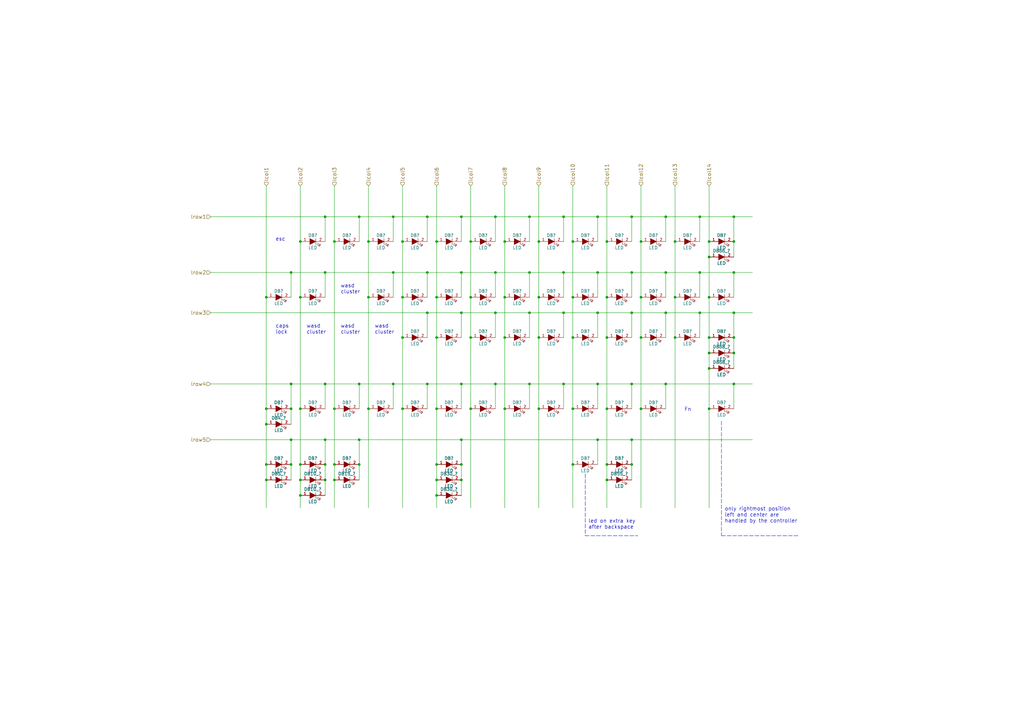
<source format=kicad_sch>
(kicad_sch (version 20211123) (generator eeschema)
  (paper "A3")
  (lib_symbols
    (symbol "device:LED" (pin_names (offset 1.016) hide)
      (property "Reference" "D" (at 0 2.54 0))
      (property "Value" "LED" (at 0 -2.54 0))
      (symbol "LED_0_1"
        (polyline (pts (xy 1.27 1.27) (xy 1.27 -1.27)))
        (polyline (pts (xy -1.27 1.27) (xy 1.27 0) (xy -1.27 -1.27)) (fill (type outline)))
        (polyline (pts (xy 1.651 -1.016) (xy 2.794 -2.032) (xy 2.667 -1.397)))
        (polyline (pts (xy 2.032 -0.635) (xy 3.175 -1.651) (xy 3.048 -1.016)))
      )
      (symbol "LED_1_1"
        (pin passive line (at -5.08 0 0) (length 3.81) (name "A") (number "1"))
        (pin passive line (at 5.08 0 180) (length 3.81) (name "K") (number "2"))
      )
    )
  )
  (junction (at 133.35 88.9))
  (junction (at 133.35 111.76))
  (junction (at 137.16 167.64))
  (junction (at 151.13 99.06))
  (junction (at 259.08 157.48))
  (junction (at 245.11 128.27))
  (junction (at 290.83 151.13))
  (junction (at 133.35 180.34))
  (junction (at 175.26 157.48))
  (junction (at 123.19 167.64))
  (junction (at 147.32 180.34))
  (junction (at 234.95 121.92))
  (junction (at 109.22 167.64))
  (junction (at 179.07 190.5))
  (junction (at 203.2 88.9))
  (junction (at 234.95 99.06))
  (junction (at 234.95 138.43))
  (junction (at 207.01 99.06))
  (junction (at 137.16 196.85))
  (junction (at 203.2 157.48))
  (junction (at 165.1 138.43))
  (junction (at 165.1 99.06))
  (junction (at 217.17 128.27))
  (junction (at 189.23 196.85))
  (junction (at 109.22 173.99))
  (junction (at 189.23 111.76))
  (junction (at 217.17 111.76))
  (junction (at 290.83 167.64))
  (junction (at 109.22 121.92))
  (junction (at 245.11 180.34))
  (junction (at 300.99 138.43))
  (junction (at 231.14 111.76))
  (junction (at 193.04 138.43))
  (junction (at 273.05 111.76))
  (junction (at 119.38 157.48))
  (junction (at 189.23 180.34))
  (junction (at 165.1 121.92))
  (junction (at 207.01 121.92))
  (junction (at 179.07 121.92))
  (junction (at 287.02 88.9))
  (junction (at 119.38 180.34))
  (junction (at 109.22 190.5))
  (junction (at 290.83 105.41))
  (junction (at 287.02 111.76))
  (junction (at 259.08 88.9))
  (junction (at 290.83 99.06))
  (junction (at 290.83 121.92))
  (junction (at 273.05 157.48))
  (junction (at 276.86 121.92))
  (junction (at 189.23 190.5))
  (junction (at 193.04 99.06))
  (junction (at 179.07 196.85))
  (junction (at 300.99 99.06))
  (junction (at 133.35 190.5))
  (junction (at 231.14 88.9))
  (junction (at 137.16 99.06))
  (junction (at 287.02 128.27))
  (junction (at 220.98 167.64))
  (junction (at 189.23 88.9))
  (junction (at 262.89 167.64))
  (junction (at 245.11 88.9))
  (junction (at 151.13 121.92))
  (junction (at 123.19 121.92))
  (junction (at 147.32 190.5))
  (junction (at 220.98 121.92))
  (junction (at 273.05 88.9))
  (junction (at 161.29 157.48))
  (junction (at 119.38 111.76))
  (junction (at 123.19 190.5))
  (junction (at 276.86 138.43))
  (junction (at 175.26 128.27))
  (junction (at 175.26 111.76))
  (junction (at 220.98 99.06))
  (junction (at 245.11 157.48))
  (junction (at 179.07 203.2))
  (junction (at 276.86 99.06))
  (junction (at 203.2 128.27))
  (junction (at 147.32 88.9))
  (junction (at 161.29 88.9))
  (junction (at 151.13 167.64))
  (junction (at 203.2 111.76))
  (junction (at 259.08 190.5))
  (junction (at 300.99 157.48))
  (junction (at 193.04 167.64))
  (junction (at 259.08 111.76))
  (junction (at 119.38 190.5))
  (junction (at 133.35 157.48))
  (junction (at 179.07 167.64))
  (junction (at 262.89 99.06))
  (junction (at 290.83 138.43))
  (junction (at 147.32 157.48))
  (junction (at 248.92 138.43))
  (junction (at 231.14 128.27))
  (junction (at 300.99 111.76))
  (junction (at 248.92 167.64))
  (junction (at 123.19 203.2))
  (junction (at 248.92 121.92))
  (junction (at 262.89 121.92))
  (junction (at 300.99 144.78))
  (junction (at 133.35 196.85))
  (junction (at 248.92 196.85))
  (junction (at 273.05 128.27))
  (junction (at 248.92 99.06))
  (junction (at 189.23 128.27))
  (junction (at 119.38 167.64))
  (junction (at 245.11 111.76))
  (junction (at 123.19 99.06))
  (junction (at 179.07 99.06))
  (junction (at 175.26 88.9))
  (junction (at 189.23 157.48))
  (junction (at 165.1 167.64))
  (junction (at 259.08 128.27))
  (junction (at 231.14 157.48))
  (junction (at 248.92 190.5))
  (junction (at 109.22 196.85))
  (junction (at 137.16 190.5))
  (junction (at 290.83 144.78))
  (junction (at 193.04 121.92))
  (junction (at 217.17 157.48))
  (junction (at 300.99 88.9))
  (junction (at 179.07 138.43))
  (junction (at 259.08 180.34))
  (junction (at 161.29 111.76))
  (junction (at 262.89 138.43))
  (junction (at 220.98 138.43))
  (junction (at 123.19 196.85))
  (junction (at 207.01 167.64))
  (junction (at 234.95 190.5))
  (junction (at 207.01 138.43))
  (junction (at 300.99 128.27))
  (junction (at 234.95 167.64))
  (junction (at 217.17 88.9))
  (wire (pts (xy 234.95 190.5) (xy 234.95 208.28)))
  (wire (pts (xy 300.99 157.48) (xy 300.99 167.64)))
  (wire (pts (xy 300.99 88.9) (xy 300.99 99.06)))
  (wire (pts (xy 287.02 111.76) (xy 300.99 111.76)))
  (wire (pts (xy 193.04 121.92) (xy 193.04 138.43)))
  (wire (pts (xy 137.16 167.64) (xy 137.16 190.5)))
  (wire (pts (xy 175.26 128.27) (xy 189.23 128.27)))
  (wire (pts (xy 133.35 111.76) (xy 133.35 121.92)))
  (wire (pts (xy 189.23 157.48) (xy 203.2 157.48)))
  (wire (pts (xy 123.19 121.92) (xy 123.19 167.64)))
  (wire (pts (xy 287.02 128.27) (xy 300.99 128.27)))
  (wire (pts (xy 203.2 157.48) (xy 203.2 167.64)))
  (wire (pts (xy 300.99 111.76) (xy 308.61 111.76)))
  (wire (pts (xy 189.23 88.9) (xy 203.2 88.9)))
  (wire (pts (xy 273.05 128.27) (xy 287.02 128.27)))
  (wire (pts (xy 175.26 157.48) (xy 175.26 167.64)))
  (wire (pts (xy 133.35 180.34) (xy 147.32 180.34)))
  (wire (pts (xy 119.38 157.48) (xy 119.38 167.64)))
  (wire (pts (xy 231.14 88.9) (xy 245.11 88.9)))
  (wire (pts (xy 245.11 157.48) (xy 259.08 157.48)))
  (wire (pts (xy 234.95 76.2) (xy 234.95 99.06)))
  (wire (pts (xy 273.05 128.27) (xy 273.05 138.43)))
  (wire (pts (xy 189.23 111.76) (xy 189.23 121.92)))
  (wire (pts (xy 175.26 128.27) (xy 175.26 138.43)))
  (wire (pts (xy 231.14 111.76) (xy 245.11 111.76)))
  (wire (pts (xy 259.08 190.5) (xy 259.08 196.85)))
  (wire (pts (xy 248.92 167.64) (xy 248.92 190.5)))
  (wire (pts (xy 147.32 190.5) (xy 147.32 196.85)))
  (wire (pts (xy 245.11 128.27) (xy 245.11 138.43)))
  (wire (pts (xy 189.23 180.34) (xy 189.23 190.5)))
  (wire (pts (xy 179.07 203.2) (xy 179.07 208.28)))
  (wire (pts (xy 273.05 111.76) (xy 287.02 111.76)))
  (wire (pts (xy 217.17 128.27) (xy 217.17 138.43)))
  (wire (pts (xy 248.92 121.92) (xy 248.92 138.43)))
  (wire (pts (xy 259.08 111.76) (xy 273.05 111.76)))
  (wire (pts (xy 273.05 88.9) (xy 287.02 88.9)))
  (wire (pts (xy 300.99 138.43) (xy 300.99 144.78)))
  (wire (pts (xy 231.14 128.27) (xy 245.11 128.27)))
  (wire (pts (xy 119.38 167.64) (xy 119.38 173.99)))
  (wire (pts (xy 300.99 128.27) (xy 300.99 138.43)))
  (wire (pts (xy 119.38 180.34) (xy 133.35 180.34)))
  (wire (pts (xy 193.04 167.64) (xy 193.04 208.28)))
  (wire (pts (xy 123.19 196.85) (xy 123.19 203.2)))
  (wire (pts (xy 133.35 111.76) (xy 161.29 111.76)))
  (wire (pts (xy 287.02 88.9) (xy 287.02 99.06)))
  (wire (pts (xy 109.22 167.64) (xy 109.22 173.99)))
  (wire (pts (xy 189.23 157.48) (xy 189.23 167.64)))
  (wire (pts (xy 245.11 111.76) (xy 259.08 111.76)))
  (wire (pts (xy 123.19 99.06) (xy 123.19 121.92)))
  (wire (pts (xy 133.35 157.48) (xy 133.35 167.64)))
  (wire (pts (xy 147.32 88.9) (xy 147.32 99.06)))
  (wire (pts (xy 175.26 157.48) (xy 189.23 157.48)))
  (wire (pts (xy 207.01 121.92) (xy 207.01 138.43)))
  (wire (pts (xy 220.98 76.2) (xy 220.98 99.06)))
  (wire (pts (xy 119.38 111.76) (xy 133.35 111.76)))
  (wire (pts (xy 220.98 99.06) (xy 220.98 121.92)))
  (wire (pts (xy 248.92 138.43) (xy 248.92 167.64)))
  (wire (pts (xy 245.11 111.76) (xy 245.11 121.92)))
  (wire (pts (xy 109.22 121.92) (xy 109.22 167.64)))
  (wire (pts (xy 217.17 88.9) (xy 217.17 99.06)))
  (wire (pts (xy 203.2 128.27) (xy 217.17 128.27)))
  (wire (pts (xy 231.14 111.76) (xy 231.14 121.92)))
  (wire (pts (xy 161.29 157.48) (xy 175.26 157.48)))
  (wire (pts (xy 86.36 157.48) (xy 119.38 157.48)))
  (wire (pts (xy 175.26 111.76) (xy 189.23 111.76)))
  (polyline (pts (xy 240.03 194.31) (xy 240.03 219.71)))
  (wire (pts (xy 248.92 99.06) (xy 248.92 121.92)))
  (wire (pts (xy 137.16 76.2) (xy 137.16 99.06)))
  (wire (pts (xy 189.23 128.27) (xy 203.2 128.27)))
  (wire (pts (xy 234.95 167.64) (xy 234.95 190.5)))
  (wire (pts (xy 276.86 76.2) (xy 276.86 99.06)))
  (wire (pts (xy 290.83 144.78) (xy 290.83 151.13)))
  (wire (pts (xy 161.29 88.9) (xy 161.29 99.06)))
  (wire (pts (xy 133.35 196.85) (xy 133.35 203.2)))
  (wire (pts (xy 245.11 180.34) (xy 259.08 180.34)))
  (wire (pts (xy 231.14 88.9) (xy 231.14 99.06)))
  (wire (pts (xy 203.2 157.48) (xy 217.17 157.48)))
  (wire (pts (xy 259.08 88.9) (xy 259.08 99.06)))
  (wire (pts (xy 262.89 167.64) (xy 262.89 208.28)))
  (wire (pts (xy 86.36 111.76) (xy 119.38 111.76)))
  (wire (pts (xy 234.95 138.43) (xy 234.95 167.64)))
  (wire (pts (xy 245.11 88.9) (xy 259.08 88.9)))
  (wire (pts (xy 203.2 128.27) (xy 203.2 138.43)))
  (wire (pts (xy 300.99 88.9) (xy 308.61 88.9)))
  (wire (pts (xy 287.02 128.27) (xy 287.02 138.43)))
  (wire (pts (xy 245.11 88.9) (xy 245.11 99.06)))
  (wire (pts (xy 119.38 121.92) (xy 119.38 111.76)))
  (wire (pts (xy 137.16 190.5) (xy 137.16 196.85)))
  (wire (pts (xy 161.29 111.76) (xy 175.26 111.76)))
  (wire (pts (xy 231.14 157.48) (xy 245.11 157.48)))
  (wire (pts (xy 276.86 99.06) (xy 276.86 121.92)))
  (wire (pts (xy 262.89 76.2) (xy 262.89 99.06)))
  (wire (pts (xy 179.07 121.92) (xy 179.07 138.43)))
  (wire (pts (xy 137.16 196.85) (xy 137.16 208.28)))
  (wire (pts (xy 207.01 99.06) (xy 207.01 121.92)))
  (wire (pts (xy 245.11 128.27) (xy 259.08 128.27)))
  (wire (pts (xy 207.01 167.64) (xy 207.01 208.28)))
  (wire (pts (xy 147.32 157.48) (xy 161.29 157.48)))
  (wire (pts (xy 259.08 180.34) (xy 308.61 180.34)))
  (wire (pts (xy 290.83 99.06) (xy 290.83 105.41)))
  (wire (pts (xy 189.23 128.27) (xy 189.23 138.43)))
  (wire (pts (xy 290.83 76.2) (xy 290.83 99.06)))
  (wire (pts (xy 220.98 138.43) (xy 220.98 167.64)))
  (polyline (pts (xy 240.03 219.71) (xy 261.62 219.71)))
  (wire (pts (xy 207.01 76.2) (xy 207.01 99.06)))
  (wire (pts (xy 179.07 138.43) (xy 179.07 167.64)))
  (wire (pts (xy 259.08 128.27) (xy 259.08 138.43)))
  (wire (pts (xy 231.14 128.27) (xy 231.14 138.43)))
  (wire (pts (xy 259.08 111.76) (xy 259.08 121.92)))
  (wire (pts (xy 203.2 111.76) (xy 203.2 121.92)))
  (wire (pts (xy 151.13 167.64) (xy 151.13 208.28)))
  (wire (pts (xy 193.04 99.06) (xy 193.04 121.92)))
  (wire (pts (xy 203.2 88.9) (xy 217.17 88.9)))
  (wire (pts (xy 248.92 190.5) (xy 248.92 196.85)))
  (wire (pts (xy 220.98 121.92) (xy 220.98 138.43)))
  (wire (pts (xy 109.22 196.85) (xy 109.22 208.28)))
  (wire (pts (xy 161.29 157.48) (xy 161.29 167.64)))
  (wire (pts (xy 189.23 180.34) (xy 245.11 180.34)))
  (wire (pts (xy 151.13 99.06) (xy 151.13 121.92)))
  (wire (pts (xy 245.11 157.48) (xy 245.11 167.64)))
  (wire (pts (xy 189.23 196.85) (xy 189.23 203.2)))
  (wire (pts (xy 234.95 121.92) (xy 234.95 138.43)))
  (wire (pts (xy 276.86 121.92) (xy 276.86 138.43)))
  (wire (pts (xy 300.99 144.78) (xy 300.99 151.13)))
  (wire (pts (xy 290.83 121.92) (xy 290.83 138.43)))
  (wire (pts (xy 290.83 151.13) (xy 290.83 167.64)))
  (wire (pts (xy 151.13 121.92) (xy 151.13 167.64)))
  (wire (pts (xy 262.89 138.43) (xy 262.89 167.64)))
  (wire (pts (xy 262.89 121.92) (xy 262.89 138.43)))
  (wire (pts (xy 179.07 190.5) (xy 179.07 196.85)))
  (wire (pts (xy 165.1 167.64) (xy 165.1 208.28)))
  (wire (pts (xy 147.32 180.34) (xy 189.23 180.34)))
  (wire (pts (xy 151.13 76.2) (xy 151.13 99.06)))
  (wire (pts (xy 109.22 190.5) (xy 109.22 196.85)))
  (wire (pts (xy 133.35 88.9) (xy 133.35 99.06)))
  (wire (pts (xy 179.07 76.2) (xy 179.07 99.06)))
  (wire (pts (xy 220.98 167.64) (xy 220.98 208.28)))
  (wire (pts (xy 273.05 157.48) (xy 273.05 167.64)))
  (wire (pts (xy 259.08 128.27) (xy 273.05 128.27)))
  (wire (pts (xy 290.83 138.43) (xy 290.83 144.78)))
  (wire (pts (xy 189.23 88.9) (xy 189.23 99.06)))
  (wire (pts (xy 165.1 121.92) (xy 165.1 138.43)))
  (wire (pts (xy 175.26 111.76) (xy 175.26 121.92)))
  (wire (pts (xy 123.19 190.5) (xy 123.19 196.85)))
  (wire (pts (xy 259.08 180.34) (xy 259.08 190.5)))
  (wire (pts (xy 86.36 88.9) (xy 133.35 88.9)))
  (wire (pts (xy 207.01 138.43) (xy 207.01 167.64)))
  (wire (pts (xy 217.17 128.27) (xy 231.14 128.27)))
  (wire (pts (xy 217.17 88.9) (xy 231.14 88.9)))
  (wire (pts (xy 123.19 203.2) (xy 123.19 208.28)))
  (wire (pts (xy 119.38 157.48) (xy 133.35 157.48)))
  (wire (pts (xy 133.35 88.9) (xy 147.32 88.9)))
  (wire (pts (xy 287.02 111.76) (xy 287.02 121.92)))
  (wire (pts (xy 161.29 111.76) (xy 161.29 121.92)))
  (wire (pts (xy 123.19 167.64) (xy 123.19 190.5)))
  (wire (pts (xy 133.35 180.34) (xy 133.35 190.5)))
  (wire (pts (xy 273.05 111.76) (xy 273.05 121.92)))
  (wire (pts (xy 259.08 157.48) (xy 259.08 167.64)))
  (wire (pts (xy 273.05 157.48) (xy 300.99 157.48)))
  (wire (pts (xy 175.26 88.9) (xy 175.26 99.06)))
  (wire (pts (xy 193.04 76.2) (xy 193.04 99.06)))
  (wire (pts (xy 290.83 167.64) (xy 290.83 208.28)))
  (wire (pts (xy 147.32 180.34) (xy 147.32 190.5)))
  (wire (pts (xy 287.02 88.9) (xy 300.99 88.9)))
  (wire (pts (xy 189.23 190.5) (xy 189.23 196.85)))
  (wire (pts (xy 217.17 111.76) (xy 231.14 111.76)))
  (wire (pts (xy 133.35 190.5) (xy 133.35 196.85)))
  (wire (pts (xy 179.07 99.06) (xy 179.07 121.92)))
  (wire (pts (xy 193.04 138.43) (xy 193.04 167.64)))
  (wire (pts (xy 147.32 88.9) (xy 161.29 88.9)))
  (wire (pts (xy 300.99 99.06) (xy 300.99 105.41)))
  (wire (pts (xy 119.38 190.5) (xy 119.38 196.85)))
  (wire (pts (xy 248.92 76.2) (xy 248.92 99.06)))
  (polyline (pts (xy 295.91 219.71) (xy 327.66 219.71)))
  (wire (pts (xy 262.89 99.06) (xy 262.89 121.92)))
  (wire (pts (xy 300.99 111.76) (xy 300.99 121.92)))
  (wire (pts (xy 273.05 88.9) (xy 273.05 99.06)))
  (wire (pts (xy 109.22 173.99) (xy 109.22 190.5)))
  (wire (pts (xy 189.23 111.76) (xy 203.2 111.76)))
  (wire (pts (xy 133.35 157.48) (xy 147.32 157.48)))
  (wire (pts (xy 86.36 180.34) (xy 119.38 180.34)))
  (wire (pts (xy 300.99 157.48) (xy 308.61 157.48)))
  (wire (pts (xy 217.17 157.48) (xy 217.17 167.64)))
  (wire (pts (xy 109.22 76.2) (xy 109.22 121.92)))
  (wire (pts (xy 165.1 76.2) (xy 165.1 99.06)))
  (wire (pts (xy 259.08 88.9) (xy 273.05 88.9)))
  (wire (pts (xy 217.17 157.48) (xy 231.14 157.48)))
  (wire (pts (xy 248.92 196.85) (xy 248.92 208.28)))
  (wire (pts (xy 86.36 128.27) (xy 175.26 128.27)))
  (wire (pts (xy 217.17 111.76) (xy 217.17 121.92)))
  (wire (pts (xy 123.19 76.2) (xy 123.19 99.06)))
  (wire (pts (xy 147.32 157.48) (xy 147.32 167.64)))
  (wire (pts (xy 290.83 105.41) (xy 290.83 121.92)))
  (wire (pts (xy 161.29 88.9) (xy 175.26 88.9)))
  (wire (pts (xy 175.26 88.9) (xy 189.23 88.9)))
  (wire (pts (xy 165.1 99.06) (xy 165.1 121.92)))
  (wire (pts (xy 203.2 88.9) (xy 203.2 99.06)))
  (wire (pts (xy 137.16 99.06) (xy 137.16 167.64)))
  (wire (pts (xy 234.95 99.06) (xy 234.95 121.92)))
  (wire (pts (xy 165.1 138.43) (xy 165.1 167.64)))
  (wire (pts (xy 259.08 157.48) (xy 273.05 157.48)))
  (wire (pts (xy 231.14 157.48) (xy 231.14 167.64)))
  (wire (pts (xy 179.07 167.64) (xy 179.07 190.5)))
  (wire (pts (xy 245.11 180.34) (xy 245.11 190.5)))
  (polyline (pts (xy 295.91 172.72) (xy 295.91 219.71)))
  (wire (pts (xy 119.38 180.34) (xy 119.38 190.5)))
  (wire (pts (xy 179.07 196.85) (xy 179.07 203.2)))
  (wire (pts (xy 300.99 128.27) (xy 308.61 128.27)))
  (wire (pts (xy 276.86 138.43) (xy 276.86 208.28)))
  (wire (pts (xy 203.2 111.76) (xy 217.17 111.76)))
  (text "only rightmost position\nleft and center are\nhandled by the controller" (at 297.18 214.63 0) (effects (font (size 1.524 1.524)) (justify left bottom)))
  (text "wasd\ncluster" (at 139.7 137.16 0) (effects (font (size 1.524 1.524)) (justify left bottom)))
  (text "wasd\ncluster" (at 153.67 137.16 0) (effects (font (size 1.524 1.524)) (justify left bottom)))
  (text "Fn" (at 280.67 168.91 0) (effects (font (size 1.524 1.524)) (justify left bottom)))
  (text "wasd\ncluster" (at 125.73 137.16 0) (effects (font (size 1.524 1.524)) (justify left bottom)))
  (text "wasd\ncluster" (at 139.7 120.65 0) (effects (font (size 1.524 1.524)) (justify left bottom)))
  (text "esc" (at 113.03 99.06 0) (effects (font (size 1.524 1.524)) (justify left bottom)))
  (text "led on extra key\nafter backspace" (at 241.3 217.17 0) (effects (font (size 1.524 1.524)) (justify left bottom)))
  (text "caps\nlock" (at 113.03 137.16 0) (effects (font (size 1.524 1.524)) (justify left bottom)))
  (hierarchical_label "lcol10" (shape input) (at 234.95 76.2 90) (effects (font (size 1.524 1.524))))
  (hierarchical_label "lcol6" (shape input) (at 179.07 76.2 90) (effects (font (size 1.524 1.524))))
  (hierarchical_label "lrow5" (shape input) (at 86.36 180.34 180) (effects (font (size 1.524 1.524))))
  (hierarchical_label "lrow4" (shape input) (at 86.36 157.48 180) (effects (font (size 1.524 1.524))))
  (hierarchical_label "lcol5" (shape input) (at 165.1 76.2 90) (effects (font (size 1.524 1.524))))
  (hierarchical_label "lcol13" (shape input) (at 276.86 76.2 90) (effects (font (size 1.524 1.524))))
  (hierarchical_label "lcol9" (shape input) (at 220.98 76.2 90) (effects (font (size 1.524 1.524))))
  (hierarchical_label "lrow3" (shape input) (at 86.36 128.27 180) (effects (font (size 1.524 1.524))))
  (hierarchical_label "lcol12" (shape input) (at 262.89 76.2 90) (effects (font (size 1.524 1.524))))
  (hierarchical_label "lcol3" (shape input) (at 137.16 76.2 90) (effects (font (size 1.524 1.524))))
  (hierarchical_label "lcol11" (shape input) (at 248.92 76.2 90) (effects (font (size 1.524 1.524))))
  (hierarchical_label "lcol14" (shape input) (at 290.83 76.2 90) (effects (font (size 1.524 1.524))))
  (hierarchical_label "lcol7" (shape input) (at 193.04 76.2 90) (effects (font (size 1.524 1.524))))
  (hierarchical_label "lcol4" (shape input) (at 151.13 76.2 90) (effects (font (size 1.524 1.524))))
  (hierarchical_label "lrow2" (shape input) (at 86.36 111.76 180) (effects (font (size 1.524 1.524))))
  (hierarchical_label "lrow1" (shape input) (at 86.36 88.9 180) (effects (font (size 1.524 1.524))))
  (hierarchical_label "lcol1" (shape input) (at 109.22 76.2 90) (effects (font (size 1.524 1.524))))
  (hierarchical_label "lcol2" (shape input) (at 123.19 76.2 90) (effects (font (size 1.524 1.524))))
  (hierarchical_label "lcol8" (shape input) (at 207.01 76.2 90) (effects (font (size 1.524 1.524))))
  (symbol (lib_id "device:LED") (at 128.27 167.64 0) (unit 1)
    (property "Reference" "DB?" (at 128.27 165.1 0))
    (property "Value" "LED" (at 128.27 170.18 0))
    (property "Footprint" "mx1a:MX1A-led_no3d" (effects hide))
  )
  (symbol (lib_id "device:LED") (at 226.06 121.92 0) (unit 1)
    (property "Reference" "DB?" (at 226.06 119.38 0))
    (property "Value" "LED" (at 226.06 124.46 0))
    (property "Footprint" "mx1a:MX1A-led_no3d" (effects hide))
  )
  (symbol (lib_id "device:LED") (at 128.27 203.2 0) (unit 1)
    (property "Reference" "DB10_?" (at 128.27 200.66 0))
    (property "Value" "LED" (at 128.27 205.74 0))
  )
  (symbol (lib_id "device:LED") (at 128.27 121.92 0) (unit 1)
    (property "Reference" "DB?" (at 128.27 119.38 0))
    (property "Value" "LED" (at 128.27 124.46 0))
    (property "Footprint" "mx1a:MX1A-led_no3d" (effects hide))
  )
  (symbol (lib_id "device:LED") (at 212.09 167.64 0) (unit 1)
    (property "Reference" "DB?" (at 212.09 165.1 0))
    (property "Value" "LED" (at 212.09 170.18 0))
    (property "Footprint" "mx1a:MX1A-led_no3d" (effects hide))
  )
  (symbol (lib_id "device:LED") (at 295.91 144.78 0) (unit 1)
    (property "Reference" "DB68_?" (at 295.91 142.24 0))
    (property "Value" "LED" (at 295.91 147.32 0))
    (property "Footprint" "mx1a:MX1A-led_no3d" (effects hide))
  )
  (symbol (lib_id "device:LED") (at 295.91 121.92 0) (unit 1)
    (property "Reference" "DB?" (at 295.91 119.38 0))
    (property "Value" "LED" (at 295.91 124.46 0))
    (property "Footprint" "mx1a:MX1A-led_no3d" (effects hide))
  )
  (symbol (lib_id "device:LED") (at 281.94 138.43 0) (unit 1)
    (property "Reference" "DB?" (at 281.94 135.89 0))
    (property "Value" "LED" (at 281.94 140.97 0))
    (property "Footprint" "mx1a:MX1A-led_no3d" (effects hide))
  )
  (symbol (lib_id "device:LED") (at 281.94 99.06 0) (unit 1)
    (property "Reference" "DB?" (at 281.94 96.52 0))
    (property "Value" "LED" (at 281.94 101.6 0))
    (property "Footprint" "mx1a:MX1A-led_no3d" (effects hide))
  )
  (symbol (lib_id "device:LED") (at 254 190.5 0) (unit 1)
    (property "Reference" "DB?" (at 254 187.96 0))
    (property "Value" "LED" (at 254 193.04 0))
  )
  (symbol (lib_id "device:LED") (at 198.12 121.92 0) (unit 1)
    (property "Reference" "DB?" (at 198.12 119.38 0))
    (property "Value" "LED" (at 198.12 124.46 0))
    (property "Footprint" "mx1a:MX1A-led_no3d" (effects hide))
  )
  (symbol (lib_id "device:LED") (at 170.18 167.64 0) (unit 1)
    (property "Reference" "DB?" (at 170.18 165.1 0))
    (property "Value" "LED" (at 170.18 170.18 0))
    (property "Footprint" "mx1a:MX1A-led_no3d" (effects hide))
  )
  (symbol (lib_id "device:LED") (at 156.21 99.06 0) (unit 1)
    (property "Reference" "DB?" (at 156.21 96.52 0))
    (property "Value" "LED" (at 156.21 101.6 0))
    (property "Footprint" "mx1a:MX1A-led_no3d" (effects hide))
  )
  (symbol (lib_id "device:LED") (at 212.09 121.92 0) (unit 1)
    (property "Reference" "DB?" (at 212.09 119.38 0))
    (property "Value" "LED" (at 212.09 124.46 0))
    (property "Footprint" "mx1a:MX1A-led_no3d" (effects hide))
  )
  (symbol (lib_id "device:LED") (at 295.91 167.64 0) (unit 1)
    (property "Reference" "DB?" (at 295.91 165.1 0))
    (property "Value" "LED" (at 295.91 170.18 0))
    (property "Footprint" "mx1a:MX1A-led_no3d" (effects hide))
  )
  (symbol (lib_id "device:LED") (at 254 99.06 0) (unit 1)
    (property "Reference" "DB?" (at 254 96.52 0))
    (property "Value" "LED" (at 254 101.6 0))
    (property "Footprint" "mx1a:MX1A-led_no3d" (effects hide))
  )
  (symbol (lib_id "device:LED") (at 295.91 105.41 0) (unit 1)
    (property "Reference" "DB66_?" (at 295.91 102.87 0))
    (property "Value" "LED" (at 295.91 107.95 0))
    (property "Footprint" "mx1a:MX1A-led_no3d" (effects hide))
  )
  (symbol (lib_id "device:LED") (at 142.24 99.06 0) (unit 1)
    (property "Reference" "DB?" (at 142.24 96.52 0))
    (property "Value" "LED" (at 142.24 101.6 0))
    (property "Footprint" "mx1a:MX1A-led_no3d" (effects hide))
  )
  (symbol (lib_id "device:LED") (at 142.24 190.5 0) (unit 1)
    (property "Reference" "DB?" (at 142.24 187.96 0))
    (property "Value" "LED" (at 142.24 193.04 0))
  )
  (symbol (lib_id "device:LED") (at 184.15 190.5 0) (unit 1)
    (property "Reference" "DB?" (at 184.15 187.96 0))
    (property "Value" "LED" (at 184.15 193.04 0))
    (property "Footprint" "mx1a:MX1A-led_no3d" (effects hide))
  )
  (symbol (lib_id "device:LED") (at 281.94 121.92 0) (unit 1)
    (property "Reference" "DB?" (at 281.94 119.38 0))
    (property "Value" "LED" (at 281.94 124.46 0))
    (property "Footprint" "mx1a:MX1A-led_no3d" (effects hide))
  )
  (symbol (lib_id "device:LED") (at 226.06 138.43 0) (unit 1)
    (property "Reference" "DB?" (at 226.06 135.89 0))
    (property "Value" "LED" (at 226.06 140.97 0))
    (property "Footprint" "mx1a:MX1A-led_no3d" (effects hide))
  )
  (symbol (lib_id "device:LED") (at 295.91 138.43 0) (unit 1)
    (property "Reference" "DB?" (at 295.91 135.89 0))
    (property "Value" "LED" (at 295.91 140.97 0))
    (property "Footprint" "mx1a:MX1A-led_no3d" (effects hide))
  )
  (symbol (lib_id "device:LED") (at 184.15 121.92 0) (unit 1)
    (property "Reference" "DB?" (at 184.15 119.38 0))
    (property "Value" "LED" (at 184.15 124.46 0))
    (property "Footprint" "mx1a:MX1A-led_no3d" (effects hide))
  )
  (symbol (lib_id "device:LED") (at 212.09 138.43 0) (unit 1)
    (property "Reference" "DB?" (at 212.09 135.89 0))
    (property "Value" "LED" (at 212.09 140.97 0))
    (property "Footprint" "mx1a:MX1A-led_no3d" (effects hide))
  )
  (symbol (lib_id "device:LED") (at 240.03 190.5 0) (unit 1)
    (property "Reference" "DB?" (at 240.03 187.96 0))
    (property "Value" "LED" (at 240.03 193.04 0))
    (property "Footprint" "mx1a:MX1A-led_no3d" (effects hide))
  )
  (symbol (lib_id "device:LED") (at 114.3 167.64 0) (unit 1)
    (property "Reference" "DB?" (at 114.3 165.1 0))
    (property "Value" "LED" (at 114.3 170.18 0))
    (property "Footprint" "mx1a:MX1A-led_no3d" (effects hide))
  )
  (symbol (lib_id "device:LED") (at 198.12 99.06 0) (unit 1)
    (property "Reference" "DB?" (at 198.12 96.52 0))
    (property "Value" "LED" (at 198.12 101.6 0))
    (property "Footprint" "mx1a:MX1A-led_no3d" (effects hide))
  )
  (symbol (lib_id "device:LED") (at 156.21 167.64 0) (unit 1)
    (property "Reference" "DB?" (at 156.21 165.1 0))
    (property "Value" "LED" (at 156.21 170.18 0))
    (property "Footprint" "mx1a:MX1A-led_no3d" (effects hide))
  )
  (symbol (lib_id "device:LED") (at 267.97 167.64 0) (unit 1)
    (property "Reference" "DB?" (at 267.97 165.1 0))
    (property "Value" "LED" (at 267.97 170.18 0))
    (property "Footprint" "mx1a:MX1A-led_no3d" (effects hide))
  )
  (symbol (lib_id "device:LED") (at 240.03 167.64 0) (unit 1)
    (property "Reference" "DB?" (at 240.03 165.1 0))
    (property "Value" "LED" (at 240.03 170.18 0))
    (property "Footprint" "mx1a:MX1A-led_no3d" (effects hide))
  )
  (symbol (lib_id "device:LED") (at 128.27 196.85 0) (unit 1)
    (property "Reference" "DB10_?" (at 128.27 194.31 0))
    (property "Value" "LED" (at 128.27 199.39 0))
  )
  (symbol (lib_id "device:LED") (at 114.3 173.99 0) (unit 1)
    (property "Reference" "DB4_?" (at 114.3 171.45 0))
    (property "Value" "LED" (at 114.3 176.53 0))
    (property "Footprint" "mx1a:MX1A-led_no3d" (effects hide))
  )
  (symbol (lib_id "device:LED") (at 267.97 121.92 0) (unit 1)
    (property "Reference" "DB?" (at 267.97 119.38 0))
    (property "Value" "LED" (at 267.97 124.46 0))
    (property "Footprint" "mx1a:MX1A-led_no3d" (effects hide))
  )
  (symbol (lib_id "device:LED") (at 142.24 196.85 0) (unit 1)
    (property "Reference" "DB15_?" (at 142.24 194.31 0))
    (property "Value" "LED" (at 142.24 199.39 0))
  )
  (symbol (lib_id "device:LED") (at 240.03 99.06 0) (unit 1)
    (property "Reference" "DB?" (at 240.03 96.52 0))
    (property "Value" "LED" (at 240.03 101.6 0))
    (property "Footprint" "mx1a:MX1A-led_no3d" (effects hide))
  )
  (symbol (lib_id "device:LED") (at 184.15 99.06 0) (unit 1)
    (property "Reference" "DB?" (at 184.15 96.52 0))
    (property "Value" "LED" (at 184.15 101.6 0))
    (property "Footprint" "mx1a:MX1A-led_no3d" (effects hide))
  )
  (symbol (lib_id "device:LED") (at 295.91 99.06 0) (unit 1)
    (property "Reference" "DB?" (at 295.91 96.52 0))
    (property "Value" "LED" (at 295.91 101.6 0))
    (property "Footprint" "mx1a:MX1A-led_no3d" (effects hide))
  )
  (symbol (lib_id "device:LED") (at 254 121.92 0) (unit 1)
    (property "Reference" "DB?" (at 254 119.38 0))
    (property "Value" "LED" (at 254 124.46 0))
    (property "Footprint" "mx1a:MX1A-led_no3d" (effects hide))
  )
  (symbol (lib_id "device:LED") (at 156.21 121.92 0) (unit 1)
    (property "Reference" "DB?" (at 156.21 119.38 0))
    (property "Value" "LED" (at 156.21 124.46 0))
    (property "Footprint" "mx1a:MX1A-led_no3d" (effects hide))
  )
  (symbol (lib_id "device:LED") (at 295.91 151.13 0) (unit 1)
    (property "Reference" "DB68_?" (at 295.91 148.59 0))
    (property "Value" "LED" (at 295.91 153.67 0))
    (property "Footprint" "mx1a:MX1A-led_no3d" (effects hide))
  )
  (symbol (lib_id "device:LED") (at 240.03 138.43 0) (unit 1)
    (property "Reference" "DB?" (at 240.03 135.89 0))
    (property "Value" "LED" (at 240.03 140.97 0))
    (property "Footprint" "mx1a:MX1A-led_no3d" (effects hide))
  )
  (symbol (lib_id "device:LED") (at 170.18 121.92 0) (unit 1)
    (property "Reference" "DB?" (at 170.18 119.38 0))
    (property "Value" "LED" (at 170.18 124.46 0))
    (property "Footprint" "mx1a:MX1A-led_no3d" (effects hide))
  )
  (symbol (lib_id "device:LED") (at 254 196.85 0) (unit 1)
    (property "Reference" "DB55_?" (at 254 194.31 0))
    (property "Value" "LED" (at 254 199.39 0))
  )
  (symbol (lib_id "device:LED") (at 128.27 190.5 0) (unit 1)
    (property "Reference" "DB?" (at 128.27 187.96 0))
    (property "Value" "LED" (at 128.27 193.04 0))
  )
  (symbol (lib_id "device:LED") (at 114.3 121.92 0) (unit 1)
    (property "Reference" "DB?" (at 114.3 119.38 0))
    (property "Value" "LED" (at 114.3 124.46 0))
    (property "Footprint" "mx1a:MX1A-led_no3d" (effects hide))
  )
  (symbol (lib_id "device:LED") (at 114.3 190.5 0) (unit 1)
    (property "Reference" "DB?" (at 114.3 187.96 0))
    (property "Value" "LED" (at 114.3 193.04 0))
  )
  (symbol (lib_id "device:LED") (at 184.15 203.2 0) (unit 1)
    (property "Reference" "DB30_?" (at 184.15 200.66 0))
    (property "Value" "LED" (at 184.15 205.74 0))
    (property "Footprint" "mx1a:MX1A-led_no3d" (effects hide))
  )
  (symbol (lib_id "device:LED") (at 226.06 167.64 0) (unit 1)
    (property "Reference" "DB?" (at 226.06 165.1 0))
    (property "Value" "LED" (at 226.06 170.18 0))
    (property "Footprint" "mx1a:MX1A-led_no3d" (effects hide))
  )
  (symbol (lib_id "device:LED") (at 212.09 99.06 0) (unit 1)
    (property "Reference" "DB?" (at 212.09 96.52 0))
    (property "Value" "LED" (at 212.09 101.6 0))
    (property "Footprint" "mx1a:MX1A-led_no3d" (effects hide))
  )
  (symbol (lib_id "device:LED") (at 184.15 167.64 0) (unit 1)
    (property "Reference" "DB?" (at 184.15 165.1 0))
    (property "Value" "LED" (at 184.15 170.18 0))
    (property "Footprint" "mx1a:MX1A-led_no3d" (effects hide))
  )
  (symbol (lib_id "device:LED") (at 267.97 138.43 0) (unit 1)
    (property "Reference" "DB?" (at 267.97 135.89 0))
    (property "Value" "LED" (at 267.97 140.97 0))
    (property "Footprint" "mx1a:MX1A-led_no3d" (effects hide))
  )
  (symbol (lib_id "device:LED") (at 254 138.43 0) (unit 1)
    (property "Reference" "DB?" (at 254 135.89 0))
    (property "Value" "LED" (at 254 140.97 0))
    (property "Footprint" "mx1a:MX1A-led_no3d" (effects hide))
  )
  (symbol (lib_id "device:LED") (at 267.97 99.06 0) (unit 1)
    (property "Reference" "DB?" (at 267.97 96.52 0))
    (property "Value" "LED" (at 267.97 101.6 0))
    (property "Footprint" "mx1a:MX1A-led_no3d" (effects hide))
  )
  (symbol (lib_id "device:LED") (at 170.18 138.43 0) (unit 1)
    (property "Reference" "DB?" (at 170.18 135.89 0))
    (property "Value" "LED" (at 170.18 140.97 0))
    (property "Footprint" "mx1a:MX1A-led_no3d" (effects hide))
  )
  (symbol (lib_id "device:LED") (at 114.3 196.85 0) (unit 1)
    (property "Reference" "DB5_?" (at 114.3 194.31 0))
    (property "Value" "LED" (at 114.3 199.39 0))
  )
  (symbol (lib_id "device:LED") (at 184.15 138.43 0) (unit 1)
    (property "Reference" "DB?" (at 184.15 135.89 0))
    (property "Value" "LED" (at 184.15 140.97 0))
    (property "Footprint" "mx1a:MX1A-led_no3d" (effects hide))
  )
  (symbol (lib_id "device:LED") (at 128.27 99.06 0) (unit 1)
    (property "Reference" "DB?" (at 128.27 96.52 0))
    (property "Value" "LED" (at 128.27 101.6 0))
    (property "Footprint" "mx1a:MX1A-led_no3d" (effects hide))
  )
  (symbol (lib_id "device:LED") (at 142.24 167.64 0) (unit 1)
    (property "Reference" "DB?" (at 142.24 165.1 0))
    (property "Value" "LED" (at 142.24 170.18 0))
    (property "Footprint" "mx1a:MX1A-led_no3d" (effects hide))
  )
  (symbol (lib_id "device:LED") (at 226.06 99.06 0) (unit 1)
    (property "Reference" "DB?" (at 226.06 96.52 0))
    (property "Value" "LED" (at 226.06 101.6 0))
    (property "Footprint" "mx1a:MX1A-led_no3d" (effects hide))
  )
  (symbol (lib_id "device:LED") (at 198.12 167.64 0) (unit 1)
    (property "Reference" "DB?" (at 198.12 165.1 0))
    (property "Value" "LED" (at 198.12 170.18 0))
    (property "Footprint" "mx1a:MX1A-led_no3d" (effects hide))
  )
  (symbol (lib_id "device:LED") (at 170.18 99.06 0) (unit 1)
    (property "Reference" "DB?" (at 170.18 96.52 0))
    (property "Value" "LED" (at 170.18 101.6 0))
    (property "Footprint" "mx1a:MX1A-led_no3d" (effects hide))
  )
  (symbol (lib_id "device:LED") (at 240.03 121.92 0) (unit 1)
    (property "Reference" "DB?" (at 240.03 119.38 0))
    (property "Value" "LED" (at 240.03 124.46 0))
    (property "Footprint" "mx1a:MX1A-led_no3d" (effects hide))
  )
  (symbol (lib_id "device:LED") (at 198.12 138.43 0) (unit 1)
    (property "Reference" "DB?" (at 198.12 135.89 0))
    (property "Value" "LED" (at 198.12 140.97 0))
    (property "Footprint" "mx1a:MX1A-led_no3d" (effects hide))
  )
  (symbol (lib_id "device:LED") (at 254 167.64 0) (unit 1)
    (property "Reference" "DB?" (at 254 165.1 0))
    (property "Value" "LED" (at 254 170.18 0))
    (property "Footprint" "mx1a:MX1A-led_no3d" (effects hide))
  )
  (symbol (lib_id "device:LED") (at 184.15 196.85 0) (unit 1)
    (property "Reference" "DB30_?" (at 184.15 194.31 0))
    (property "Value" "LED" (at 184.15 199.39 0))
    (property "Footprint" "mx1a:MX1A-led_no3d" (effects hide))
  )
)
</source>
